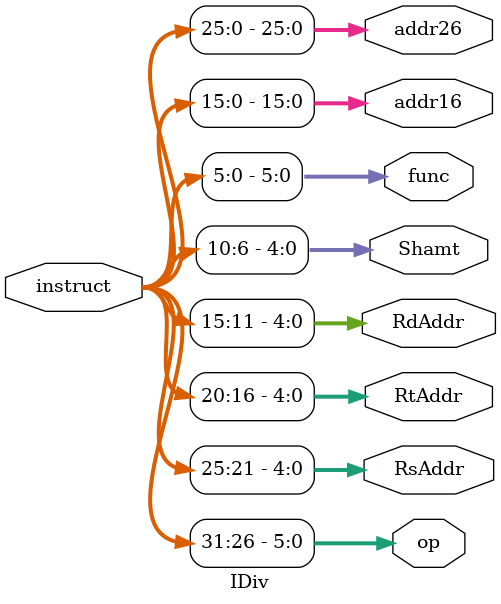
<source format=v>
module IDiv(
    input [31:0] instruct,
    output [5:0] op,
    output [4:0] RsAddr,
    output [4:0] RtAddr,
    output [4:0] RdAddr,
    output [4:0] Shamt,
    output [5:0] func,
    output [15:0] addr16,
    output [25:0] addr26
);

    assign op = instruct[31:26];
    assign RsAddr = instruct[25:21];
    assign RtAddr = instruct[20:16];
    assign RdAddr = instruct[15:11];
    assign Shamt = instruct[10:6];
    assign func = instruct[5:0];
    assign addr16 = instruct[15:0];
    assign addr26 = instruct[25:0];

endmodule
</source>
